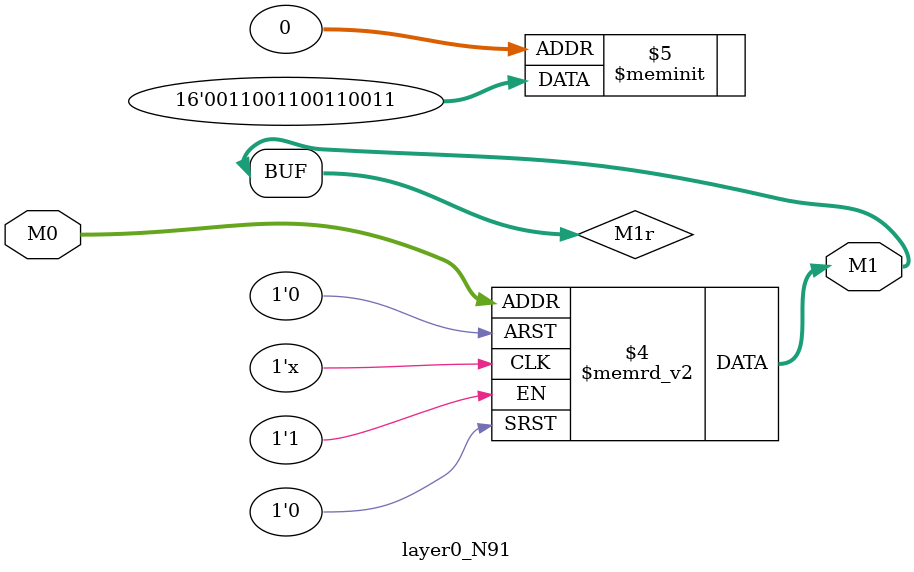
<source format=v>
module layer0_N91 ( input [2:0] M0, output [1:0] M1 );

	(*rom_style = "distributed" *) reg [1:0] M1r;
	assign M1 = M1r;
	always @ (M0) begin
		case (M0)
			3'b000: M1r = 2'b11;
			3'b100: M1r = 2'b11;
			3'b010: M1r = 2'b11;
			3'b110: M1r = 2'b11;
			3'b001: M1r = 2'b00;
			3'b101: M1r = 2'b00;
			3'b011: M1r = 2'b00;
			3'b111: M1r = 2'b00;

		endcase
	end
endmodule

</source>
